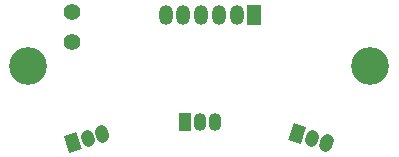
<source format=gbr>
G04 #@! TF.FileFunction,Soldermask,Bot*
%FSLAX46Y46*%
G04 Gerber Fmt 4.6, Leading zero omitted, Abs format (unit mm)*
G04 Created by KiCad (PCBNEW (after 2015-mar-04 BZR unknown)-product) date 28.04.2015 21:52:04*
%MOMM*%
G01*
G04 APERTURE LIST*
%ADD10C,0.100000*%
%ADD11C,3.200000*%
%ADD12R,1.198880X1.699260*%
%ADD13O,1.198880X1.699260*%
%ADD14C,1.397000*%
%ADD15R,1.100000X1.500000*%
%ADD16O,1.100000X1.500000*%
%ADD17C,1.100000*%
G04 APERTURE END LIST*
D10*
D11*
X138557000Y-117348000D03*
D12*
X157683800Y-113030000D03*
D13*
X154680000Y-113030000D03*
X156180000Y-113030000D03*
X153180000Y-113030000D03*
X151680000Y-113030000D03*
X150180000Y-113030000D03*
D14*
X142240000Y-112776000D03*
X142240000Y-115316000D03*
D11*
X167513000Y-117348000D03*
D15*
X151790400Y-122072400D03*
D16*
X153060400Y-122072400D03*
X154330400Y-122072400D03*
D10*
G36*
X161626782Y-123925321D02*
X160574847Y-123603712D01*
X161013404Y-122169255D01*
X162065339Y-122490864D01*
X161626782Y-123925321D01*
X161626782Y-123925321D01*
G37*
D17*
X162476126Y-123609861D02*
X162593074Y-123227339D01*
X163690633Y-123981173D02*
X163807581Y-123598651D01*
D10*
G36*
X143066139Y-124346336D02*
X142014204Y-124667945D01*
X141575647Y-123233488D01*
X142627582Y-122911879D01*
X143066139Y-124346336D01*
X143066139Y-124346336D01*
G37*
D17*
X143593874Y-123609861D02*
X143476926Y-123227339D01*
X144808381Y-123238549D02*
X144691433Y-122856027D01*
M02*

</source>
